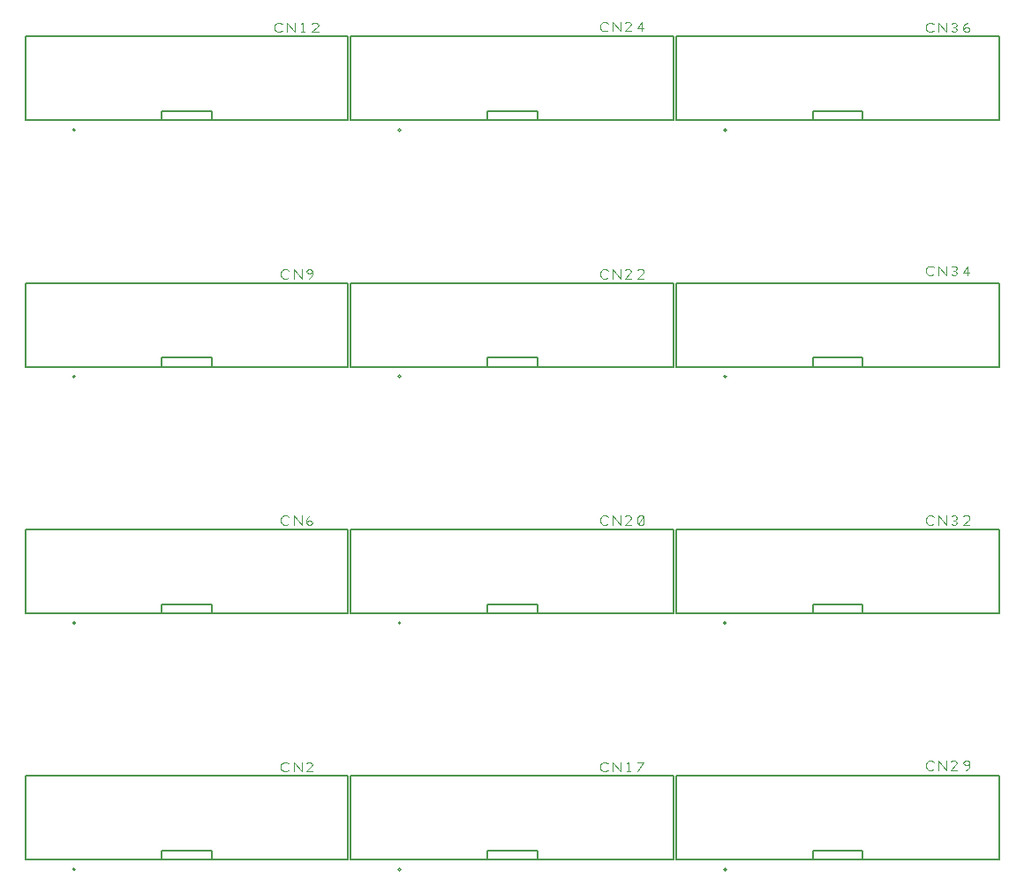
<source format=gto>
G04 EasyPC Gerber Version 21.0.3 Build 4286 *
%FSLAX35Y35*%
%MOIN*%
%ADD22C,0.00473*%
%ADD21C,0.00757*%
X0Y0D02*
D02*
D21*
X69596Y126135D02*
X191413D01*
Y157753*
X69596*
Y126135*
Y219245D02*
X191413D01*
Y250863*
X69596*
Y219245*
Y312355D02*
X191413D01*
Y343973*
X69596*
Y312355*
Y405465D02*
X191413D01*
Y437083*
X69596*
Y405465*
X87949Y122919D02*
G75*
G03Y121972J-473D01*
G01*
G75*
G03Y122919J473*
G01*
G36*
G75*
G03Y121972J-473*
G01*
G75*
G03Y122919J473*
G01*
G37*
Y216029D02*
G75*
G03Y215083J-473D01*
G01*
G75*
G03Y216029J473*
G01*
G36*
G75*
G03Y215083J-473*
G01*
G75*
G03Y216029J473*
G01*
G37*
Y309139D02*
G75*
G03Y308193J-473D01*
G01*
G75*
G03Y309139J473*
G01*
G36*
G75*
G03Y308193J-473*
G01*
G75*
G03Y309139J473*
G01*
G37*
Y402249D02*
G75*
G03Y401303J-473D01*
G01*
G75*
G03Y402249J473*
G01*
G36*
G75*
G03Y401303J-473*
G01*
G75*
G03Y402249J473*
G01*
G37*
X121059Y129540D02*
X139979D01*
Y126135*
X121059*
Y129540*
Y222650D02*
X139979D01*
Y219245*
X121059*
Y222650*
Y315761D02*
X139979D01*
Y312355*
X121059*
Y315761*
Y408871D02*
X139979D01*
Y405465*
X121059*
Y408871*
X192502Y126135D02*
X314319D01*
Y157753*
X192502*
Y126135*
Y219245D02*
X314319D01*
Y250863*
X192502*
Y219245*
Y312355D02*
X314319D01*
Y343973*
X192502*
Y312355*
Y405465D02*
X314319D01*
Y437083*
X192502*
Y405465*
X210854Y122919D02*
G75*
G03Y121972J-473D01*
G01*
G75*
G03Y122919J473*
G01*
G36*
G75*
G03Y121972J-473*
G01*
G75*
G03Y122919J473*
G01*
G37*
Y216029D02*
G75*
G03Y215083J-473D01*
G01*
G75*
G03Y216029J473*
G01*
G36*
G75*
G03Y215083J-473*
G01*
G75*
G03Y216029J473*
G01*
G37*
Y309139D02*
G75*
G03Y308193J-473D01*
G01*
G75*
G03Y309139J473*
G01*
G36*
G75*
G03Y308193J-473*
G01*
G75*
G03Y309139J473*
G01*
G37*
Y402249D02*
G75*
G03Y401303J-473D01*
G01*
G75*
G03Y402249J473*
G01*
G36*
G75*
G03Y401303J-473*
G01*
G75*
G03Y402249J473*
G01*
G37*
X243964Y129540D02*
X262884D01*
Y126135*
X243964*
Y129540*
Y222650D02*
X262884D01*
Y219245*
X243964*
Y222650*
Y315761D02*
X262884D01*
Y312355*
X243964*
Y315761*
Y408871D02*
X262884D01*
Y405465*
X243964*
Y408871*
X315407Y126135D02*
X437224D01*
Y157753*
X315407*
Y126135*
Y219245D02*
X437224D01*
Y250863*
X315407*
Y219245*
Y312355D02*
X437224D01*
Y343973*
X315407*
Y312355*
Y405465D02*
X437224D01*
Y437083*
X315407*
Y405465*
X333760Y122919D02*
G75*
G03Y121972J-473D01*
G01*
G75*
G03Y122919J473*
G01*
G36*
G75*
G03Y121972J-473*
G01*
G75*
G03Y122919J473*
G01*
G37*
Y216029D02*
G75*
G03Y215083J-473D01*
G01*
G75*
G03Y216029J473*
G01*
G36*
G75*
G03Y215083J-473*
G01*
G75*
G03Y216029J473*
G01*
G37*
Y309139D02*
G75*
G03Y308193J-473D01*
G01*
G75*
G03Y309139J473*
G01*
G36*
G75*
G03Y308193J-473*
G01*
G75*
G03Y309139J473*
G01*
G37*
Y402249D02*
G75*
G03Y401303J-473D01*
G01*
G75*
G03Y402249J473*
G01*
G36*
G75*
G03Y401303J-473*
G01*
G75*
G03Y402249J473*
G01*
G37*
X366870Y129540D02*
X385790D01*
Y126135*
X366870*
Y129540*
Y222650D02*
X385790D01*
Y219245*
X366870*
Y222650*
Y315761D02*
X385790D01*
Y312355*
X366870*
Y315761*
Y408871D02*
X385790D01*
Y405465*
X366870*
Y408871*
D02*
D22*
X166585Y439381D02*
X166289Y439085D01*
X165698Y438790*
X164811*
X164220Y439085*
X163924Y439381*
X163629Y439972*
Y441155*
X163924Y441746*
X164220Y442042*
X164811Y442337*
X165698*
X166289Y442042*
X166585Y441746*
X168359Y438790D02*
Y442337D01*
X171315Y438790*
Y442337*
X173680Y438790D02*
X174863D01*
X174271D02*
Y442337D01*
X173680Y441746*
X180184Y438790D02*
X177819D01*
X179888Y440859*
X180184Y441450*
X179888Y442042*
X179297Y442337*
X178410*
X177819Y442042*
X169118Y160050D02*
X168822Y159755D01*
X168231Y159459*
X167344*
X166753Y159755*
X166457Y160050*
X166161Y160641*
Y161824*
X166457Y162415*
X166753Y162711*
X167344Y163006*
X168231*
X168822Y162711*
X169118Y162415*
X170891Y159459D02*
Y163006D01*
X173848Y159459*
Y163006*
X177986Y159459D02*
X175621D01*
X177691Y161528*
X177986Y162120*
X177691Y162711*
X177100Y163006*
X176213*
X175621Y162711*
X169118Y253161D02*
X168822Y252865D01*
X168231Y252569*
X167344*
X166753Y252865*
X166457Y253161*
X166161Y253752*
Y254934*
X166457Y255526*
X166753Y255821*
X167344Y256117*
X168231*
X168822Y255821*
X169118Y255526*
X170891Y252569D02*
Y256117D01*
X173848Y252569*
Y256117*
X175621Y253456D02*
X175917Y254047D01*
X176508Y254343*
X177100*
X177691Y254047*
X177986Y253456*
X177691Y252865*
X177100Y252569*
X176508*
X175917Y252865*
X175621Y253456*
Y254343*
X175917Y255230*
X176508Y255821*
X177100Y256117*
X169118Y346271D02*
X168822Y345975D01*
X168231Y345680*
X167344*
X166753Y345975*
X166457Y346271*
X166161Y346862*
Y348044*
X166457Y348636*
X166753Y348931*
X167344Y349227*
X168231*
X168822Y348931*
X169118Y348636*
X170891Y345680D02*
Y349227D01*
X173848Y345680*
Y349227*
X176508Y345680D02*
X177100Y345975D01*
X177691Y346567*
X177986Y347453*
Y348340*
X177691Y348931*
X177100Y349227*
X176508*
X175917Y348931*
X175621Y348340*
X175917Y347749*
X176508Y347453*
X177100*
X177691Y347749*
X177986Y348340*
X289565Y160050D02*
X289269Y159755D01*
X288678Y159459*
X287791*
X287200Y159755*
X286904Y160050*
X286609Y160641*
Y161824*
X286904Y162415*
X287200Y162711*
X287791Y163006*
X288678*
X289269Y162711*
X289565Y162415*
X291339Y159459D02*
Y163006D01*
X294295Y159459*
Y163006*
X296660Y159459D02*
X297843D01*
X297251D02*
Y163006D01*
X296660Y162415*
X300799Y159459D02*
X303164Y163006D01*
X300799*
X289565Y253161D02*
X289269Y252865D01*
X288678Y252569*
X287791*
X287200Y252865*
X286904Y253161*
X286609Y253752*
Y254934*
X286904Y255526*
X287200Y255821*
X287791Y256117*
X288678*
X289269Y255821*
X289565Y255526*
X291339Y252569D02*
Y256117D01*
X294295Y252569*
Y256117*
X298434Y252569D02*
X296069D01*
X298138Y254639*
X298434Y255230*
X298138Y255821*
X297547Y256117*
X296660*
X296069Y255821*
X301094Y252865D02*
X301685Y252569D01*
X302277*
X302868Y252865*
X303164Y253456*
Y255230*
X302868Y255821*
X302277Y256117*
X301685*
X301094Y255821*
X300799Y255230*
Y253456*
X301094Y252865*
X302868Y255821*
X289565Y346271D02*
X289269Y345975D01*
X288678Y345680*
X287791*
X287200Y345975*
X286904Y346271*
X286609Y346862*
Y348044*
X286904Y348636*
X287200Y348931*
X287791Y349227*
X288678*
X289269Y348931*
X289565Y348636*
X291339Y345680D02*
Y349227D01*
X294295Y345680*
Y349227*
X298434Y345680D02*
X296069D01*
X298138Y347749*
X298434Y348340*
X298138Y348931*
X297547Y349227*
X296660*
X296069Y348931*
X303164Y345680D02*
X300799D01*
X302868Y347749*
X303164Y348340*
X302868Y348931*
X302277Y349227*
X301390*
X300799Y348931*
X289565Y439660D02*
X289269Y439365D01*
X288678Y439069*
X287791*
X287200Y439365*
X286904Y439660*
X286609Y440252*
Y441434*
X286904Y442025*
X287200Y442321*
X287791Y442617*
X288678*
X289269Y442321*
X289565Y442025*
X291339Y439069D02*
Y442617D01*
X294295Y439069*
Y442617*
X298434Y439069D02*
X296069D01*
X298138Y441139*
X298434Y441730*
X298138Y442321*
X297547Y442617*
X296660*
X296069Y442321*
X302277Y439069D02*
Y442617D01*
X300799Y440252*
X303164*
X412545Y160591D02*
X412250Y160294D01*
X411658Y159999*
X410771*
X410180Y160294*
X409885Y160591*
X409589Y161181*
Y162364*
X409885Y162956*
X410180Y163251*
X410771Y163546*
X411658*
X412250Y163251*
X412545Y162956*
X414319Y159999D02*
Y163546D01*
X417275Y159999*
Y163546*
X421414Y159999D02*
X419049D01*
X421118Y162069*
X421414Y162659*
X421118Y163251*
X420527Y163546*
X419640*
X419049Y163251*
X424665Y159999D02*
X425257Y160294D01*
X425848Y160886*
X426144Y161773*
Y162659*
X425848Y163251*
X425257Y163546*
X424665*
X424074Y163251*
X423779Y162659*
X424074Y162069*
X424665Y161773*
X425257*
X425848Y162069*
X426144Y162659*
X412545Y253161D02*
X412250Y252865D01*
X411658Y252569*
X410771*
X410180Y252865*
X409885Y253161*
X409589Y253752*
Y254934*
X409885Y255526*
X410180Y255821*
X410771Y256117*
X411658*
X412250Y255821*
X412545Y255526*
X414319Y252569D02*
Y256117D01*
X417275Y252569*
Y256117*
X419344Y252865D02*
X419935Y252569D01*
X420527*
X421118Y252865*
X421414Y253456*
X421118Y254047*
X420527Y254343*
X419935*
X420527D02*
X421118Y254639D01*
X421414Y255230*
X421118Y255821*
X420527Y256117*
X419935*
X419344Y255821*
X426144Y252569D02*
X423779D01*
X425848Y254639*
X426144Y255230*
X425848Y255821*
X425257Y256117*
X424370*
X423779Y255821*
X412545Y347425D02*
X412250Y347130D01*
X411658Y346834*
X410771*
X410180Y347130*
X409885Y347425*
X409589Y348017*
Y349199*
X409885Y349791*
X410180Y350086*
X410771Y350381*
X411658*
X412250Y350086*
X412545Y349791*
X414319Y346834D02*
Y350381D01*
X417275Y346834*
Y350381*
X419344Y347130D02*
X419935Y346834D01*
X420527*
X421118Y347130*
X421414Y347721*
X421118Y348312*
X420527Y348608*
X419935*
X420527D02*
X421118Y348904D01*
X421414Y349494*
X421118Y350086*
X420527Y350381*
X419935*
X419344Y350086*
X425257Y346834D02*
Y350381D01*
X423779Y348017*
X426144*
X412545Y439381D02*
X412250Y439085D01*
X411658Y438790*
X410771*
X410180Y439085*
X409885Y439381*
X409589Y439972*
Y441155*
X409885Y441746*
X410180Y442042*
X410771Y442337*
X411658*
X412250Y442042*
X412545Y441746*
X414319Y438790D02*
Y442337D01*
X417275Y438790*
Y442337*
X419344Y439085D02*
X419935Y438790D01*
X420527*
X421118Y439085*
X421414Y439677*
X421118Y440268*
X420527Y440563*
X419935*
X420527D02*
X421118Y440859D01*
X421414Y441450*
X421118Y442042*
X420527Y442337*
X419935*
X419344Y442042*
X423779Y439677D02*
X424074Y440268D01*
X424665Y440563*
X425257*
X425848Y440268*
X426144Y439677*
X425848Y439085*
X425257Y438790*
X424665*
X424074Y439085*
X423779Y439677*
Y440563*
X424074Y441450*
X424665Y442042*
X425257Y442337*
X0Y0D02*
M02*

</source>
